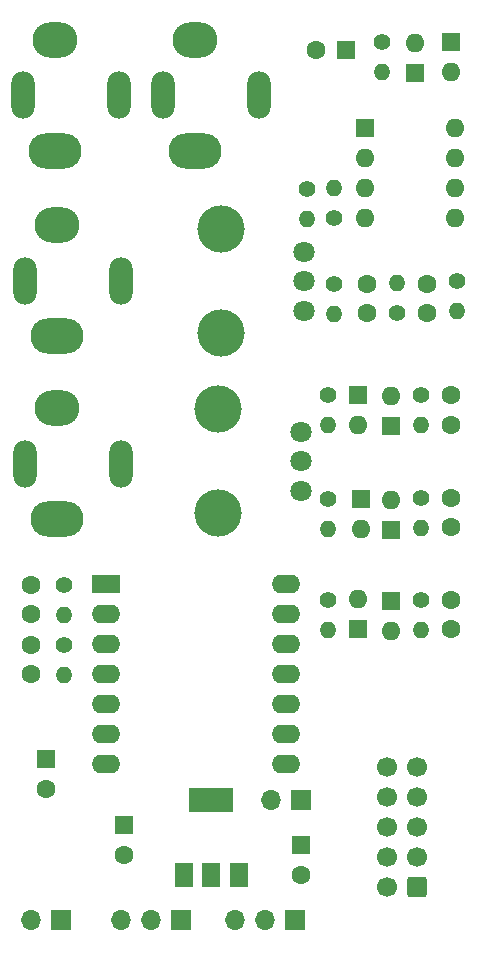
<source format=gts>
%TF.GenerationSoftware,KiCad,Pcbnew,(6.0.1)*%
%TF.CreationDate,2022-09-27T15:47:34-04:00*%
%TF.ProjectId,SYNTH-VCO-02,53594e54-482d-4564-934f-2d30322e6b69,1*%
%TF.SameCoordinates,Original*%
%TF.FileFunction,Soldermask,Top*%
%TF.FilePolarity,Negative*%
%FSLAX46Y46*%
G04 Gerber Fmt 4.6, Leading zero omitted, Abs format (unit mm)*
G04 Created by KiCad (PCBNEW (6.0.1)) date 2022-09-27 15:47:34*
%MOMM*%
%LPD*%
G01*
G04 APERTURE LIST*
G04 Aperture macros list*
%AMRoundRect*
0 Rectangle with rounded corners*
0 $1 Rounding radius*
0 $2 $3 $4 $5 $6 $7 $8 $9 X,Y pos of 4 corners*
0 Add a 4 corners polygon primitive as box body*
4,1,4,$2,$3,$4,$5,$6,$7,$8,$9,$2,$3,0*
0 Add four circle primitives for the rounded corners*
1,1,$1+$1,$2,$3*
1,1,$1+$1,$4,$5*
1,1,$1+$1,$6,$7*
1,1,$1+$1,$8,$9*
0 Add four rect primitives between the rounded corners*
20,1,$1+$1,$2,$3,$4,$5,0*
20,1,$1+$1,$4,$5,$6,$7,0*
20,1,$1+$1,$6,$7,$8,$9,0*
20,1,$1+$1,$8,$9,$2,$3,0*%
G04 Aperture macros list end*
%ADD10O,2.000000X4.000000*%
%ADD11O,4.500000X3.000000*%
%ADD12O,3.800000X3.000000*%
%ADD13R,1.600000X1.600000*%
%ADD14C,1.600000*%
%ADD15C,1.400000*%
%ADD16O,1.400000X1.400000*%
%ADD17O,1.600000X1.600000*%
%ADD18R,1.700000X1.700000*%
%ADD19O,1.700000X1.700000*%
%ADD20RoundRect,0.250000X0.600000X0.600000X-0.600000X0.600000X-0.600000X-0.600000X0.600000X-0.600000X0*%
%ADD21C,1.700000*%
%ADD22R,2.400000X1.600000*%
%ADD23O,2.400000X1.600000*%
%ADD24R,1.500000X2.000000*%
%ADD25R,3.800000X2.000000*%
%ADD26C,4.000000*%
%ADD27C,1.800000*%
G04 APERTURE END LIST*
D10*
%TO.C,J2*%
X207746000Y-30480000D03*
X199646000Y-30480000D03*
D11*
X202346000Y-35180000D03*
D12*
X202346000Y-25780000D03*
%TD*%
D10*
%TO.C,J4*%
X196062000Y-61676001D03*
X187962000Y-61676001D03*
D11*
X190662000Y-66376001D03*
D12*
X190662000Y-56976001D03*
%TD*%
D10*
%TO.C,J3*%
X196062000Y-46182001D03*
X187962000Y-46182001D03*
D11*
X190662000Y-50882001D03*
D12*
X190662000Y-41482001D03*
%TD*%
D10*
%TO.C,J1*%
X195870001Y-30480000D03*
X187770001Y-30480000D03*
D11*
X190470001Y-35180000D03*
D12*
X190470001Y-25780000D03*
%TD*%
D13*
%TO.C,C11*%
X211328000Y-93980000D03*
D14*
X211328000Y-96480000D03*
%TD*%
D15*
%TO.C,R7*%
X213614000Y-55831686D03*
D16*
X213614000Y-58371686D03*
%TD*%
D13*
%TO.C,C9*%
X189738000Y-86678888D03*
D14*
X189738000Y-89178888D03*
%TD*%
D13*
%TO.C,D1*%
X220980000Y-28603686D03*
D17*
X220980000Y-26063686D03*
%TD*%
D13*
%TO.C,D5*%
X216408000Y-64634315D03*
D17*
X216408000Y-67174315D03*
%TD*%
D13*
%TO.C,D8*%
X218948000Y-73270315D03*
D17*
X218948000Y-75810315D03*
%TD*%
D18*
%TO.C,SW2*%
X210804989Y-100273002D03*
D19*
X208264989Y-100273002D03*
X205724989Y-100273002D03*
%TD*%
D13*
%TO.C,D6*%
X218948000Y-67281686D03*
D17*
X218948000Y-64741686D03*
%TD*%
D18*
%TO.C,SW1*%
X191013004Y-100330000D03*
D19*
X188473004Y-100330000D03*
%TD*%
D15*
%TO.C,R13*%
X213614000Y-73202000D03*
D16*
X213614000Y-75742000D03*
%TD*%
D15*
%TO.C,R12*%
X191262000Y-77012000D03*
D16*
X191262000Y-79552000D03*
%TD*%
D15*
%TO.C,R3*%
X214122000Y-40844000D03*
D16*
X214122000Y-38304000D03*
%TD*%
D14*
%TO.C,C4*%
X224028000Y-58400000D03*
X224028000Y-55900000D03*
%TD*%
%TO.C,C5*%
X224028000Y-67056000D03*
X224028000Y-64556000D03*
%TD*%
D18*
%TO.C,SW4*%
X201152989Y-100330000D03*
D19*
X198612989Y-100330000D03*
X196072989Y-100330000D03*
%TD*%
D13*
%TO.C,D4*%
X218948000Y-58477372D03*
D17*
X218948000Y-55937372D03*
%TD*%
D14*
%TO.C,C2*%
X216916000Y-48952000D03*
X216916000Y-46452000D03*
%TD*%
D15*
%TO.C,R5*%
X219456000Y-48922000D03*
D16*
X219456000Y-46382000D03*
%TD*%
D15*
%TO.C,R8*%
X221488000Y-55831686D03*
D16*
X221488000Y-58371686D03*
%TD*%
D15*
%TO.C,R9*%
X213614000Y-64636000D03*
D16*
X213614000Y-67176000D03*
%TD*%
D14*
%TO.C,C7*%
X224028000Y-75692000D03*
X224028000Y-73192000D03*
%TD*%
D13*
%TO.C,D2*%
X224028000Y-26006315D03*
D17*
X224028000Y-28546315D03*
%TD*%
D13*
%TO.C,D7*%
X216154000Y-75692000D03*
D17*
X216154000Y-73152000D03*
%TD*%
D13*
%TO.C,U1*%
X216672000Y-33284000D03*
D17*
X216672000Y-35824000D03*
X216672000Y-38364000D03*
X216672000Y-40904000D03*
X224292000Y-40904000D03*
X224292000Y-38364000D03*
X224292000Y-35824000D03*
X224292000Y-33284000D03*
%TD*%
D15*
%TO.C,R1*%
X218186000Y-25958000D03*
D16*
X218186000Y-28498000D03*
%TD*%
D13*
%TO.C,D3*%
X216154000Y-55880001D03*
D17*
X216154000Y-58420001D03*
%TD*%
D14*
%TO.C,C3*%
X221996000Y-46452000D03*
X221996000Y-48952000D03*
%TD*%
D20*
%TO.C,J5*%
X221097500Y-97536000D03*
D21*
X218557500Y-97536000D03*
X221097500Y-94996000D03*
X218557500Y-94996000D03*
X221097500Y-92456000D03*
X218557500Y-92456000D03*
X221097500Y-89916000D03*
X218557500Y-89916000D03*
X221097500Y-87376000D03*
X218557500Y-87376000D03*
%TD*%
D15*
%TO.C,R11*%
X191262000Y-71932000D03*
D16*
X191262000Y-74472000D03*
%TD*%
D22*
%TO.C,U2*%
X194818000Y-71882000D03*
D23*
X194818000Y-74422000D03*
X194818000Y-76962000D03*
X194818000Y-79502000D03*
X194818000Y-82042000D03*
X194818000Y-84582000D03*
X194818000Y-87122000D03*
X210058000Y-87122000D03*
X210058000Y-84582000D03*
X210058000Y-82042000D03*
X210058000Y-79502000D03*
X210058000Y-76962000D03*
X210058000Y-74422000D03*
X210058000Y-71882000D03*
%TD*%
D18*
%TO.C,H1*%
X211333000Y-90170000D03*
D19*
X208793000Y-90170000D03*
%TD*%
D15*
%TO.C,R14*%
X221488000Y-73222000D03*
D16*
X221488000Y-75762000D03*
%TD*%
D14*
%TO.C,C8*%
X188468000Y-79522000D03*
X188468000Y-77022000D03*
%TD*%
D15*
%TO.C,R2*%
X211836000Y-38404000D03*
D16*
X211836000Y-40944000D03*
%TD*%
D15*
%TO.C,R6*%
X224536000Y-46228000D03*
D16*
X224536000Y-48768000D03*
%TD*%
D15*
%TO.C,R4*%
X214122000Y-46482000D03*
D16*
X214122000Y-49022000D03*
%TD*%
D13*
%TO.C,C1*%
X215073113Y-26670000D03*
D14*
X212573113Y-26670000D03*
%TD*%
D13*
%TO.C,C10*%
X196342000Y-92266888D03*
D14*
X196342000Y-94766888D03*
%TD*%
D15*
%TO.C,R10*%
X221488000Y-64586000D03*
D16*
X221488000Y-67126000D03*
%TD*%
D24*
%TO.C,U3*%
X201408000Y-96470000D03*
X203708000Y-96470000D03*
X206008000Y-96470000D03*
D25*
X203708000Y-90170000D03*
%TD*%
D14*
%TO.C,C6*%
X188468000Y-74442000D03*
X188468000Y-71942000D03*
%TD*%
D26*
%TO.C,RV2*%
X204536000Y-50628000D03*
X204536000Y-41828000D03*
D27*
X211536000Y-48728000D03*
X211536000Y-46228000D03*
X211536000Y-43728000D03*
%TD*%
D26*
%TO.C,RV1*%
X204282000Y-65868000D03*
X204282000Y-57068000D03*
D27*
X211282000Y-63968000D03*
X211282000Y-61468000D03*
X211282000Y-58968000D03*
%TD*%
M02*

</source>
